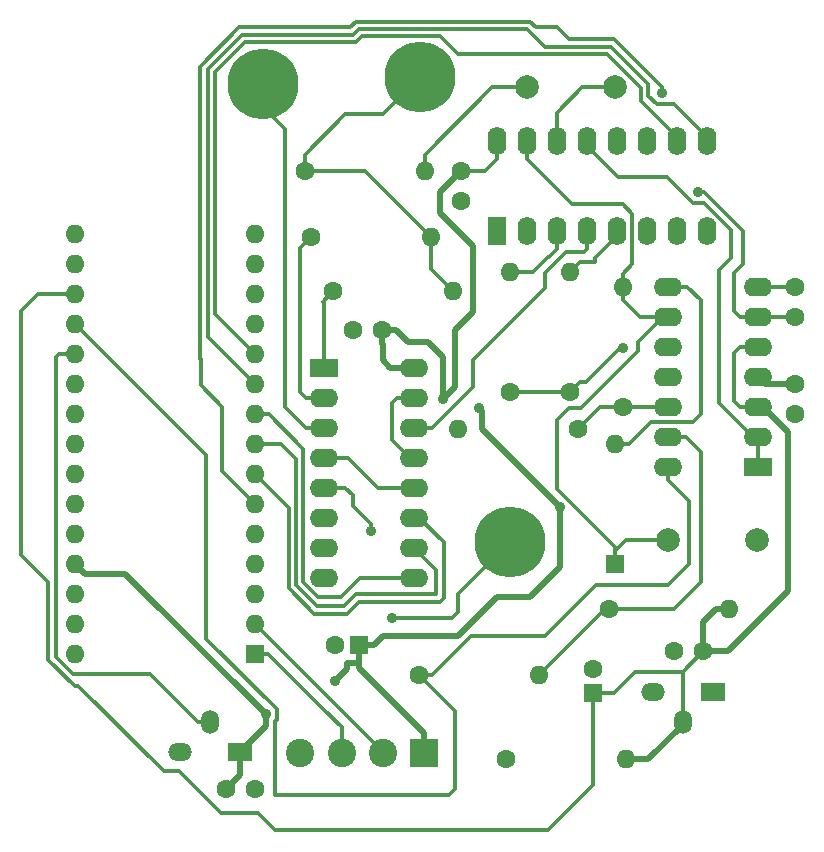
<source format=gbr>
G04 #@! TF.GenerationSoftware,KiCad,Pcbnew,(5.0.0-rc2-dev-179-gab3780148)*
G04 #@! TF.CreationDate,2018-03-20T14:47:54-05:00*
G04 #@! TF.ProjectId,conductivity_sensor,636F6E6475637469766974795F73656E,rev?*
G04 #@! TF.SameCoordinates,Original*
G04 #@! TF.FileFunction,Copper,L2,Bot,Signal*
G04 #@! TF.FilePolarity,Positive*
%FSLAX46Y46*%
G04 Gerber Fmt 4.6, Leading zero omitted, Abs format (unit mm)*
G04 Created by KiCad (PCBNEW (5.0.0-rc2-dev-179-gab3780148)) date 03/20/18 14:47:54*
%MOMM*%
%LPD*%
G01*
G04 APERTURE LIST*
%ADD10O,1.500000X2.000000*%
%ADD11R,2.000000X1.500000*%
%ADD12O,2.000000X1.500000*%
%ADD13C,1.600000*%
%ADD14R,1.600000X1.600000*%
%ADD15O,1.600000X1.600000*%
%ADD16R,1.600000X2.400000*%
%ADD17O,1.600000X2.400000*%
%ADD18R,2.400000X1.600000*%
%ADD19O,2.400000X1.600000*%
%ADD20C,6.000000*%
%ADD21R,2.400000X2.400000*%
%ADD22C,2.400000*%
%ADD23C,2.000000*%
%ADD24C,0.889000*%
%ADD25C,0.304800*%
%ADD26C,0.508000*%
G04 APERTURE END LIST*
D10*
X109855000Y-136525000D03*
D11*
X112395000Y-139065000D03*
D12*
X107315000Y-139065000D03*
D13*
X113665000Y-142240000D03*
X111165000Y-142240000D03*
D14*
X113665000Y-130810000D03*
D15*
X98425000Y-97790000D03*
X113665000Y-128270000D03*
X98425000Y-100330000D03*
X113665000Y-125730000D03*
X98425000Y-102870000D03*
X113665000Y-123190000D03*
X98425000Y-105410000D03*
X113665000Y-120650000D03*
X98425000Y-107950000D03*
X113665000Y-118110000D03*
X98425000Y-110490000D03*
X113665000Y-115570000D03*
X98425000Y-113030000D03*
X113665000Y-113030000D03*
X98425000Y-115570000D03*
X113665000Y-110490000D03*
X98425000Y-118110000D03*
X113665000Y-107950000D03*
X98425000Y-120650000D03*
X113665000Y-105410000D03*
X98425000Y-123190000D03*
X113665000Y-102870000D03*
X98425000Y-125730000D03*
X113665000Y-100330000D03*
X98425000Y-128270000D03*
X113665000Y-97790000D03*
X98425000Y-130810000D03*
X113665000Y-95250000D03*
X98425000Y-95250000D03*
D16*
X134112000Y-94996000D03*
D17*
X151892000Y-87376000D03*
X136652000Y-94996000D03*
X149352000Y-87376000D03*
X139192000Y-94996000D03*
X146812000Y-87376000D03*
X141732000Y-94996000D03*
X144272000Y-87376000D03*
X144272000Y-94996000D03*
X141732000Y-87376000D03*
X146812000Y-94996000D03*
X139192000Y-87376000D03*
X149352000Y-94996000D03*
X136652000Y-87376000D03*
X151892000Y-94996000D03*
X134112000Y-87376000D03*
D18*
X119507000Y-106553000D03*
D19*
X127127000Y-124333000D03*
X119507000Y-109093000D03*
X127127000Y-121793000D03*
X119507000Y-111633000D03*
X127127000Y-119253000D03*
X119507000Y-114173000D03*
X127127000Y-116713000D03*
X119507000Y-116713000D03*
X127127000Y-114173000D03*
X119507000Y-119253000D03*
X127127000Y-111633000D03*
X119507000Y-121793000D03*
X127127000Y-109093000D03*
X119507000Y-124333000D03*
X127127000Y-106553000D03*
D18*
X156210000Y-114935000D03*
D19*
X148590000Y-99695000D03*
X156210000Y-112395000D03*
X148590000Y-102235000D03*
X156210000Y-109855000D03*
X148590000Y-104775000D03*
X156210000Y-107315000D03*
X148590000Y-107315000D03*
X156210000Y-104775000D03*
X148590000Y-109855000D03*
X156210000Y-102235000D03*
X148590000Y-112395000D03*
X156210000Y-99695000D03*
X148590000Y-114935000D03*
D13*
X135255000Y-108585000D03*
D15*
X135255000Y-98425000D03*
D13*
X140335000Y-108585000D03*
D15*
X140335000Y-98425000D03*
D13*
X118364000Y-95504000D03*
D15*
X128524000Y-95504000D03*
D13*
X120269000Y-100076000D03*
D15*
X130429000Y-100076000D03*
D13*
X127508000Y-132588000D03*
D15*
X137668000Y-132588000D03*
D13*
X143637000Y-127000000D03*
D15*
X153797000Y-127000000D03*
D13*
X140970000Y-111760000D03*
D15*
X130810000Y-111760000D03*
D13*
X144780000Y-109855000D03*
D15*
X144780000Y-99695000D03*
D13*
X117856000Y-89916000D03*
D15*
X128016000Y-89916000D03*
D13*
X134874000Y-139700000D03*
D15*
X145034000Y-139700000D03*
D20*
X127635000Y-81915000D03*
X135255000Y-121285000D03*
X114300000Y-82550000D03*
D21*
X127960000Y-139192000D03*
D22*
X124460000Y-139192000D03*
X120960000Y-139192000D03*
X117460000Y-139192000D03*
D14*
X144145000Y-123190000D03*
D15*
X144145000Y-113030000D03*
D10*
X149860000Y-136525000D03*
D11*
X152400000Y-133985000D03*
D12*
X147320000Y-133985000D03*
D23*
X148590000Y-121158000D03*
X156090000Y-121158000D03*
D13*
X159385000Y-102235000D03*
X159385000Y-99735000D03*
X131064000Y-89916000D03*
X131064000Y-92416000D03*
D23*
X144145000Y-82804000D03*
X136645000Y-82804000D03*
D13*
X124420000Y-103378000D03*
X121920000Y-103378000D03*
X159385000Y-107950000D03*
X159385000Y-110450000D03*
X151598000Y-130556000D03*
X149098000Y-130556000D03*
D14*
X122428000Y-130048000D03*
D13*
X120428000Y-130048000D03*
D14*
X142240000Y-134080000D03*
D13*
X142240000Y-132080000D03*
D24*
X148082000Y-83312000D03*
X139446000Y-118364000D03*
X129540000Y-109220000D03*
X132588000Y-109982000D03*
X120396000Y-133096000D03*
X114554000Y-135890000D03*
X151130000Y-91694000D03*
X144780000Y-104902000D03*
X123444000Y-120396000D03*
X125222000Y-127762000D03*
D25*
X114769800Y-130810000D02*
X119380000Y-135420200D01*
X113665000Y-130810000D02*
X114769800Y-130810000D01*
X119380000Y-135420200D02*
X119418200Y-135420200D01*
X119418200Y-135420200D02*
X120960000Y-136962000D01*
X120960000Y-136962000D02*
X120960000Y-139192000D01*
X113665000Y-128270000D02*
X124460000Y-139065000D01*
X124460000Y-139065000D02*
X124460000Y-139192000D01*
D26*
X153797000Y-127000000D02*
X152665630Y-127000000D01*
X152665630Y-127000000D02*
X151598000Y-128067630D01*
X151598000Y-128067630D02*
X151598000Y-129424630D01*
X151598000Y-129424630D02*
X151598000Y-130556000D01*
X151598000Y-130556000D02*
X153670000Y-130556000D01*
X153670000Y-130556000D02*
X158750000Y-125476000D01*
X158750000Y-125476000D02*
X158750000Y-111995000D01*
X158750000Y-111995000D02*
X156610000Y-109855000D01*
X156610000Y-109855000D02*
X156210000Y-109855000D01*
X145034000Y-139700000D02*
X146935000Y-139700000D01*
X146935000Y-139700000D02*
X149860000Y-136775000D01*
X149860000Y-136775000D02*
X149860000Y-136525000D01*
D25*
X156210000Y-109855000D02*
X154705200Y-109855000D01*
X154705200Y-109855000D02*
X154178000Y-109327800D01*
X154178000Y-109327800D02*
X154178000Y-105302200D01*
X154178000Y-105302200D02*
X154705200Y-104775000D01*
X154705200Y-104775000D02*
X156210000Y-104775000D01*
X110744000Y-144272000D02*
X107188000Y-140716000D01*
X113919000Y-144272000D02*
X110744000Y-144272000D01*
X115316000Y-145669000D02*
X113919000Y-144272000D01*
X138430000Y-145669000D02*
X115316000Y-145669000D01*
X142240000Y-134080000D02*
X142240000Y-141859000D01*
X107188000Y-140716000D02*
X105918000Y-140716000D01*
X105918000Y-140716000D02*
X98679000Y-133477000D01*
X98679000Y-133477000D02*
X98369222Y-133477000D01*
X142240000Y-141859000D02*
X138430000Y-145669000D01*
X98369222Y-133477000D02*
X96139000Y-131246778D01*
X96139000Y-131246778D02*
X96139000Y-124714000D01*
X96139000Y-124714000D02*
X93853000Y-122428000D01*
X93853000Y-122428000D02*
X93853000Y-101727000D01*
X93853000Y-101727000D02*
X95250000Y-100330000D01*
X95250000Y-100330000D02*
X98425000Y-100330000D01*
X144050000Y-134080000D02*
X145836000Y-132294000D01*
X145836000Y-132294000D02*
X149860000Y-132294000D01*
X142240000Y-134080000D02*
X144050000Y-134080000D01*
X149860000Y-136525000D02*
X149860000Y-132294000D01*
X149860000Y-132294000D02*
X151598000Y-130556000D01*
X150368000Y-123190000D02*
X150368000Y-117817800D01*
X150368000Y-117817800D02*
X148590000Y-116039800D01*
X148590000Y-116039800D02*
X148590000Y-114935000D01*
X148590000Y-124968000D02*
X150368000Y-123190000D01*
X142494000Y-124968000D02*
X148590000Y-124968000D01*
X138176000Y-129286000D02*
X142494000Y-124968000D01*
X131941370Y-129286000D02*
X138176000Y-129286000D01*
X127508000Y-132588000D02*
X128639370Y-132588000D01*
X128639370Y-132588000D02*
X131941370Y-129286000D01*
X115316000Y-136462520D02*
X115455702Y-136322818D01*
X109474000Y-113919000D02*
X98425000Y-102870000D01*
X115316000Y-142748000D02*
X115316000Y-136462520D01*
X130048000Y-142748000D02*
X115316000Y-142748000D01*
X130556000Y-142240000D02*
X130048000Y-142748000D01*
X127508000Y-132588000D02*
X130556000Y-135636000D01*
X130556000Y-135636000D02*
X130556000Y-142240000D01*
X115455702Y-136322818D02*
X115455702Y-135457182D01*
X115455702Y-135457182D02*
X109474000Y-129475480D01*
X109474000Y-129475480D02*
X109474000Y-113919000D01*
X96774000Y-105664000D02*
X97028000Y-105410000D01*
X97028000Y-105410000D02*
X98425000Y-105410000D01*
X96774000Y-131019658D02*
X96774000Y-105664000D01*
X104736200Y-132461000D02*
X98215342Y-132461000D01*
X98215342Y-132461000D02*
X96774000Y-131019658D01*
X109855000Y-136525000D02*
X108800200Y-136525000D01*
X108800200Y-136525000D02*
X104736200Y-132461000D01*
X108966000Y-105764118D02*
X108966000Y-81043102D01*
X109016780Y-105814898D02*
X108966000Y-105764118D01*
X109016780Y-108000780D02*
X109016780Y-105814898D01*
X136928579Y-77238579D02*
X137414000Y-77724000D01*
X110871000Y-109855000D02*
X109016780Y-108000780D01*
X113665000Y-118110000D02*
X110871000Y-115316000D01*
X110871000Y-115316000D02*
X110871000Y-109855000D01*
X112285102Y-77724000D02*
X121666000Y-77724000D01*
X137414000Y-77724000D02*
X139192000Y-77724000D01*
X108966000Y-81043102D02*
X112285102Y-77724000D01*
X121666000Y-77724000D02*
X122151421Y-77238579D01*
X122151421Y-77238579D02*
X136928579Y-77238579D01*
X139192000Y-77724000D02*
X140208000Y-78740000D01*
X140208000Y-78740000D02*
X144018000Y-78740000D01*
X144018000Y-78740000D02*
X148082000Y-82804000D01*
X148082000Y-82804000D02*
X148082000Y-83312000D01*
X121410508Y-127355610D02*
X118627409Y-127355610D01*
X129284508Y-126339610D02*
X122426508Y-126339610D01*
X118627409Y-127355610D02*
X116484390Y-125212591D01*
X116484390Y-125212591D02*
X116484390Y-118389390D01*
X116484390Y-118389390D02*
X113665000Y-115570000D01*
X122426508Y-126339610D02*
X121410508Y-127355610D01*
X129590789Y-121316789D02*
X129590789Y-126033329D01*
X127127000Y-119253000D02*
X127527000Y-119253000D01*
X127527000Y-119253000D02*
X129590789Y-121316789D01*
X129590789Y-126033329D02*
X129284508Y-126339610D01*
X118879918Y-126745999D02*
X117094001Y-124960082D01*
X117094001Y-124960082D02*
X117094000Y-114300000D01*
X128981178Y-125729999D02*
X122173998Y-125730000D01*
X117094000Y-114300000D02*
X115824000Y-113030000D01*
X115824000Y-113030000D02*
X113665000Y-113030000D01*
X121157998Y-126745999D02*
X118879918Y-126745999D01*
X128981178Y-123647178D02*
X128981178Y-125729999D01*
X122173998Y-125730000D02*
X121157998Y-126745999D01*
X127127000Y-121793000D02*
X128981178Y-123647178D01*
X125609499Y-124345701D02*
X125622200Y-124333000D01*
X125622200Y-124333000D02*
X127127000Y-124333000D01*
X117703611Y-113397241D02*
X117703611Y-124707574D01*
X117703611Y-124707574D02*
X118980037Y-125984000D01*
X118980037Y-125984000D02*
X120904000Y-125984000D01*
X122542299Y-124345701D02*
X125609499Y-124345701D01*
X120904000Y-125984000D02*
X122542299Y-124345701D01*
X114796370Y-110490000D02*
X117703611Y-113397241D01*
X113665000Y-110490000D02*
X114796370Y-110490000D01*
X151892000Y-86976000D02*
X149129702Y-84213702D01*
X138177491Y-79349611D02*
X136676070Y-77848190D01*
X147649182Y-84213702D02*
X146926298Y-83490818D01*
X109626390Y-103911390D02*
X113665000Y-107950000D01*
X112537611Y-78333611D02*
X109626390Y-81244832D01*
X149129702Y-84213702D02*
X147649182Y-84213702D01*
X109626390Y-81244832D02*
X109626390Y-103911390D01*
X122403930Y-77848190D02*
X121918509Y-78333611D01*
X136676070Y-77848190D02*
X122403930Y-77848190D01*
X146926298Y-82510418D02*
X143765491Y-79349611D01*
X146926298Y-83490818D02*
X146926298Y-82510418D01*
X121918509Y-78333611D02*
X112537611Y-78333611D01*
X143765491Y-79349611D02*
X138177491Y-79349611D01*
X151892000Y-87376000D02*
X151892000Y-86976000D01*
X110236001Y-81497341D02*
X110236001Y-101981001D01*
X149352000Y-87376000D02*
X149352000Y-86976000D01*
X143440022Y-79959222D02*
X130795880Y-79959222D01*
X146316687Y-83940687D02*
X146316687Y-82835887D01*
X110236001Y-101981001D02*
X113665000Y-105410000D01*
X149352000Y-86976000D02*
X146316687Y-83940687D01*
X122171018Y-78943222D02*
X112790120Y-78943222D01*
X122656441Y-78457799D02*
X122171018Y-78943222D01*
X130795880Y-79959222D02*
X129294457Y-78457799D01*
X129294457Y-78457799D02*
X122656441Y-78457799D01*
X146316687Y-82835887D02*
X143440022Y-79959222D01*
X112790120Y-78943222D02*
X110236001Y-81497341D01*
D26*
X132842000Y-110236000D02*
X132588000Y-109982000D01*
X132842000Y-111760000D02*
X132842000Y-110236000D01*
X139446000Y-118364000D02*
X132842000Y-111760000D01*
X139446000Y-123444000D02*
X139446000Y-118364000D01*
X136906000Y-125984000D02*
X139446000Y-123444000D01*
X134112000Y-125984000D02*
X136906000Y-125984000D01*
X130810000Y-129286000D02*
X134112000Y-125984000D01*
X124498000Y-129286000D02*
X130810000Y-129286000D01*
X122428000Y-130048000D02*
X123736000Y-130048000D01*
X123736000Y-130048000D02*
X124498000Y-129286000D01*
X159385000Y-107950000D02*
X156845000Y-107950000D01*
X156845000Y-107950000D02*
X156210000Y-107315000D01*
X114554000Y-135890000D02*
X114554000Y-136906000D01*
X114554000Y-136906000D02*
X112395000Y-139065000D01*
X112395000Y-139065000D02*
X112395000Y-141010000D01*
X112395000Y-141010000D02*
X111165000Y-142240000D01*
X121412000Y-131572000D02*
X122212000Y-131572000D01*
X122212000Y-131572000D02*
X122428000Y-131356000D01*
X122428000Y-131356000D02*
X122428000Y-130048000D01*
X121412000Y-132080000D02*
X121412000Y-131572000D01*
X120396000Y-133096000D02*
X121412000Y-132080000D01*
X102653999Y-123989999D02*
X114554000Y-135890000D01*
X98425000Y-123190000D02*
X99224999Y-123989999D01*
X99224999Y-123989999D02*
X102653999Y-123989999D01*
X128270000Y-104394000D02*
X129540000Y-105664000D01*
X129540000Y-105664000D02*
X129540000Y-109220000D01*
X126567370Y-104394000D02*
X128270000Y-104394000D01*
X124420000Y-103378000D02*
X125551370Y-103378000D01*
X125551370Y-103378000D02*
X126567370Y-104394000D01*
X130556000Y-108204000D02*
X129540000Y-109220000D01*
X130556000Y-103378000D02*
X130556000Y-108204000D01*
X132080000Y-101854000D02*
X130556000Y-103378000D01*
X132080000Y-96266000D02*
X132080000Y-101854000D01*
X129286000Y-93472000D02*
X132080000Y-96266000D01*
X129286000Y-91694000D02*
X129286000Y-93472000D01*
X131064000Y-89916000D02*
X129286000Y-91694000D01*
X124460000Y-105918000D02*
X125095000Y-106553000D01*
X125095000Y-106553000D02*
X127127000Y-106553000D01*
X124460000Y-104549370D02*
X124460000Y-105918000D01*
X124420000Y-103378000D02*
X124420000Y-104509370D01*
X124420000Y-104509370D02*
X124460000Y-104549370D01*
X127960000Y-137484000D02*
X122428000Y-131952000D01*
X127960000Y-139192000D02*
X127960000Y-137484000D01*
X122428000Y-131952000D02*
X122428000Y-130048000D01*
D25*
X134112000Y-87376000D02*
X134112000Y-88880800D01*
X134112000Y-88880800D02*
X133076800Y-89916000D01*
X133076800Y-89916000D02*
X131064000Y-89916000D01*
X141351000Y-82804000D02*
X139192000Y-84963000D01*
X139192000Y-84963000D02*
X139192000Y-87376000D01*
X144145000Y-82804000D02*
X141351000Y-82804000D01*
X133731000Y-82804000D02*
X128016000Y-88519000D01*
X128016000Y-88519000D02*
X128016000Y-89916000D01*
X136645000Y-82804000D02*
X133731000Y-82804000D01*
X154940000Y-95003917D02*
X151630083Y-91694000D01*
X151630083Y-91694000D02*
X151130000Y-91694000D01*
X154940000Y-97790000D02*
X154940000Y-95003917D01*
X154178000Y-98552000D02*
X154940000Y-97790000D01*
X154178000Y-101707800D02*
X154178000Y-98552000D01*
X156210000Y-102235000D02*
X154705200Y-102235000D01*
X154705200Y-102235000D02*
X154178000Y-101707800D01*
X159385000Y-102235000D02*
X156210000Y-102235000D01*
X132080000Y-108204000D02*
X128651000Y-111633000D01*
X128651000Y-111633000D02*
X127127000Y-111633000D01*
X132080000Y-105918000D02*
X132080000Y-108204000D01*
X138176000Y-99822000D02*
X132080000Y-105918000D01*
X138176000Y-98552000D02*
X138176000Y-99822000D01*
X139954000Y-96774000D02*
X138176000Y-98552000D01*
X141458800Y-96774000D02*
X139954000Y-96774000D01*
X141732000Y-94996000D02*
X141732000Y-96500800D01*
X141732000Y-96500800D02*
X141458800Y-96774000D01*
X144526000Y-104902000D02*
X144780000Y-104902000D01*
X141642999Y-107785001D02*
X144526000Y-104902000D01*
X140335000Y-108585000D02*
X141134999Y-107785001D01*
X141134999Y-107785001D02*
X141642999Y-107785001D01*
X159385000Y-99735000D02*
X156250000Y-99735000D01*
X156250000Y-99735000D02*
X156210000Y-99695000D01*
X140335000Y-108585000D02*
X135255000Y-108585000D01*
X140208000Y-109982000D02*
X141224000Y-109982000D01*
X141224000Y-109982000D02*
X141224000Y-109963037D01*
X141224000Y-109963037D02*
X146050000Y-105137037D01*
X146050000Y-104375000D02*
X148190000Y-102235000D01*
X148190000Y-102235000D02*
X148590000Y-102235000D01*
X146050000Y-105137037D02*
X146050000Y-104375000D01*
X139192000Y-110998000D02*
X140208000Y-109982000D01*
X144145000Y-121728482D02*
X139192000Y-116775482D01*
X139192000Y-116775482D02*
X139192000Y-110998000D01*
X144145000Y-123190000D02*
X144145000Y-121728482D01*
X148590000Y-121158000D02*
X145072200Y-121158000D01*
X145072200Y-121158000D02*
X144145000Y-122085200D01*
X144145000Y-122085200D02*
X144145000Y-123190000D01*
X144780000Y-99695000D02*
X144780000Y-100826370D01*
X144780000Y-100826370D02*
X146188630Y-102235000D01*
X146188630Y-102235000D02*
X148590000Y-102235000D01*
X144780000Y-92710000D02*
X145554790Y-93484791D01*
X145554790Y-93484791D02*
X145554790Y-97788840D01*
X145554790Y-97788840D02*
X144780000Y-98563630D01*
X144780000Y-98563630D02*
X144780000Y-99695000D01*
X140481200Y-92710000D02*
X144780000Y-92710000D01*
X136652000Y-87376000D02*
X136652000Y-88880800D01*
X136652000Y-88880800D02*
X140481200Y-92710000D01*
X151384000Y-100838000D02*
X150241000Y-99695000D01*
X150241000Y-99695000D02*
X148590000Y-99695000D01*
X151384000Y-110490000D02*
X151384000Y-100838000D01*
X150736210Y-111137790D02*
X151384000Y-110490000D01*
X145276370Y-113030000D02*
X147168580Y-111137790D01*
X144145000Y-113030000D02*
X145276370Y-113030000D01*
X147168580Y-111137790D02*
X150736210Y-111137790D01*
X116205000Y-109855000D02*
X117983000Y-111633000D01*
X117983000Y-111633000D02*
X119507000Y-111633000D01*
X116205000Y-86360000D02*
X116205000Y-109855000D01*
X114300000Y-84455000D02*
X116205000Y-86360000D01*
X114300000Y-82550000D02*
X114300000Y-84455000D01*
X121920000Y-117348000D02*
X121285000Y-116713000D01*
X121285000Y-116713000D02*
X119507000Y-116713000D01*
X121920000Y-118243383D02*
X121920000Y-117348000D01*
X123444000Y-120396000D02*
X123444000Y-119767383D01*
X123444000Y-119767383D02*
X121920000Y-118243383D01*
X130302000Y-127762000D02*
X125222000Y-127762000D01*
X130810000Y-127254000D02*
X130302000Y-127762000D01*
X130810000Y-125730000D02*
X130810000Y-127254000D01*
X135255000Y-121285000D02*
X130810000Y-125730000D01*
X124460000Y-85090000D02*
X121285000Y-85090000D01*
X127635000Y-81915000D02*
X124460000Y-85090000D01*
X121285000Y-85090000D02*
X117856000Y-88519000D01*
X117856000Y-88519000D02*
X117856000Y-89916000D01*
X128524000Y-95504000D02*
X128524000Y-98171000D01*
X128524000Y-98171000D02*
X130429000Y-100076000D01*
X117856000Y-89916000D02*
X122936000Y-89916000D01*
X122936000Y-89916000D02*
X128524000Y-95504000D01*
X144780000Y-109855000D02*
X148590000Y-109855000D01*
X140970000Y-111760000D02*
X142875000Y-109855000D01*
X142875000Y-109855000D02*
X144780000Y-109855000D01*
X151384000Y-124714000D02*
X149098000Y-127000000D01*
X149098000Y-127000000D02*
X143637000Y-127000000D01*
X151384000Y-113684200D02*
X151384000Y-124714000D01*
X148590000Y-112395000D02*
X150094800Y-112395000D01*
X150094800Y-112395000D02*
X151384000Y-113684200D01*
X137668000Y-132588000D02*
X143256000Y-127000000D01*
X143256000Y-127000000D02*
X143637000Y-127000000D01*
X119380000Y-100965000D02*
X119507000Y-101092000D01*
X119507000Y-101092000D02*
X119507000Y-106553000D01*
X120269000Y-100076000D02*
X119380000Y-100965000D01*
X117475000Y-96393000D02*
X117475000Y-108585000D01*
X118364000Y-95504000D02*
X117475000Y-96393000D01*
X117475000Y-108585000D02*
X117983000Y-109093000D01*
X117983000Y-109093000D02*
X119507000Y-109093000D01*
X142404999Y-97625001D02*
X142404999Y-97263001D01*
X142404999Y-97263001D02*
X144272000Y-95396000D01*
X144272000Y-95396000D02*
X144272000Y-94996000D01*
X140335000Y-98425000D02*
X141134999Y-97625001D01*
X141134999Y-97625001D02*
X142404999Y-97625001D01*
X138430000Y-97155000D02*
X138537800Y-97155000D01*
X138537800Y-97155000D02*
X139192000Y-96500800D01*
X139192000Y-96500800D02*
X139192000Y-94996000D01*
X137160000Y-98425000D02*
X138430000Y-97155000D01*
X135255000Y-98425000D02*
X137160000Y-98425000D01*
X148525480Y-90424000D02*
X150697182Y-92595702D01*
X150697182Y-92595702D02*
X151669665Y-92595702D01*
X151669665Y-92595702D02*
X153924000Y-94850037D01*
X153924000Y-94850037D02*
X153924000Y-97282000D01*
X152908000Y-109493000D02*
X155810000Y-112395000D01*
X152908000Y-98298000D02*
X152908000Y-109493000D01*
X144380000Y-90424000D02*
X148525480Y-90424000D01*
X141732000Y-87776000D02*
X144380000Y-90424000D01*
X141732000Y-87376000D02*
X141732000Y-87776000D01*
X155810000Y-112395000D02*
X156210000Y-112395000D01*
X153924000Y-97282000D02*
X152908000Y-98298000D01*
X156210000Y-114935000D02*
X156210000Y-112395000D01*
X124079000Y-116713000D02*
X121539000Y-114173000D01*
X121539000Y-114173000D02*
X119507000Y-114173000D01*
X127127000Y-116713000D02*
X124079000Y-116713000D01*
X125222000Y-109493200D02*
X125222000Y-112668000D01*
X125222000Y-112668000D02*
X126727000Y-114173000D01*
X126727000Y-114173000D02*
X127127000Y-114173000D01*
X127127000Y-109093000D02*
X125622200Y-109093000D01*
X125622200Y-109093000D02*
X125222000Y-109493200D01*
M02*

</source>
